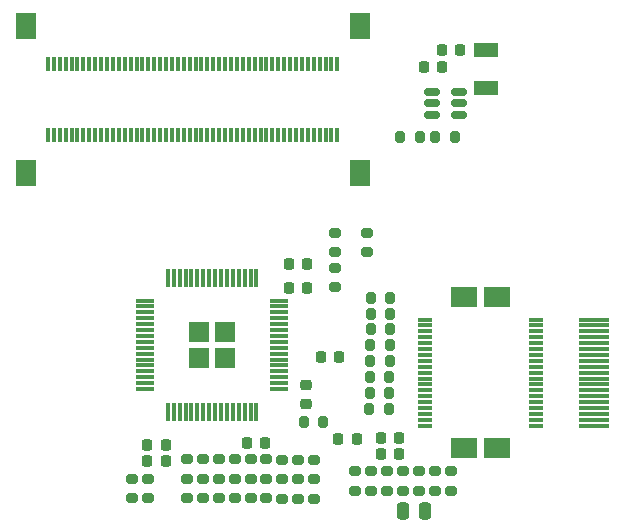
<source format=gbr>
%TF.GenerationSoftware,KiCad,Pcbnew,(6.0.7)*%
%TF.CreationDate,2022-11-13T02:02:31+01:00*%
%TF.ProjectId,TTL_to_HDMI,54544c5f-746f-45f4-9844-4d492e6b6963,rev?*%
%TF.SameCoordinates,Original*%
%TF.FileFunction,Paste,Top*%
%TF.FilePolarity,Positive*%
%FSLAX46Y46*%
G04 Gerber Fmt 4.6, Leading zero omitted, Abs format (unit mm)*
G04 Created by KiCad (PCBNEW (6.0.7)) date 2022-11-13 02:02:31*
%MOMM*%
%LPD*%
G01*
G04 APERTURE LIST*
G04 Aperture macros list*
%AMRoundRect*
0 Rectangle with rounded corners*
0 $1 Rounding radius*
0 $2 $3 $4 $5 $6 $7 $8 $9 X,Y pos of 4 corners*
0 Add a 4 corners polygon primitive as box body*
4,1,4,$2,$3,$4,$5,$6,$7,$8,$9,$2,$3,0*
0 Add four circle primitives for the rounded corners*
1,1,$1+$1,$2,$3*
1,1,$1+$1,$4,$5*
1,1,$1+$1,$6,$7*
1,1,$1+$1,$8,$9*
0 Add four rect primitives between the rounded corners*
20,1,$1+$1,$2,$3,$4,$5,0*
20,1,$1+$1,$4,$5,$6,$7,0*
20,1,$1+$1,$6,$7,$8,$9,0*
20,1,$1+$1,$8,$9,$2,$3,0*%
G04 Aperture macros list end*
%ADD10RoundRect,0.225000X-0.225000X-0.250000X0.225000X-0.250000X0.225000X0.250000X-0.225000X0.250000X0*%
%ADD11RoundRect,0.225000X0.225000X0.250000X-0.225000X0.250000X-0.225000X-0.250000X0.225000X-0.250000X0*%
%ADD12RoundRect,0.200000X0.200000X0.275000X-0.200000X0.275000X-0.200000X-0.275000X0.200000X-0.275000X0*%
%ADD13RoundRect,0.200000X-0.275000X0.200000X-0.275000X-0.200000X0.275000X-0.200000X0.275000X0.200000X0*%
%ADD14R,1.300000X0.300000*%
%ADD15R,2.200000X1.800000*%
%ADD16RoundRect,0.200000X-0.200000X-0.275000X0.200000X-0.275000X0.200000X0.275000X-0.200000X0.275000X0*%
%ADD17RoundRect,0.200000X0.275000X-0.200000X0.275000X0.200000X-0.275000X0.200000X-0.275000X-0.200000X0*%
%ADD18R,0.300000X1.300000*%
%ADD19R,1.800000X2.200000*%
%ADD20R,1.750000X1.750000*%
%ADD21R,0.300000X1.500000*%
%ADD22R,1.500000X0.300000*%
%ADD23R,2.600000X0.300000*%
%ADD24RoundRect,0.225000X0.250000X-0.225000X0.250000X0.225000X-0.250000X0.225000X-0.250000X-0.225000X0*%
%ADD25R,2.000000X1.200000*%
%ADD26RoundRect,0.250000X0.250000X0.475000X-0.250000X0.475000X-0.250000X-0.475000X0.250000X-0.475000X0*%
%ADD27RoundRect,0.150000X0.512500X0.150000X-0.512500X0.150000X-0.512500X-0.150000X0.512500X-0.150000X0*%
G04 APERTURE END LIST*
D10*
%TO.C,C6*%
X87925000Y-112600000D03*
X89475000Y-112600000D03*
%TD*%
D11*
%TO.C,C11*%
X109225000Y-110700000D03*
X107675000Y-110700000D03*
%TD*%
D12*
%TO.C,R22*%
X102825000Y-109350000D03*
X101175000Y-109350000D03*
%TD*%
D13*
%TO.C,R2*%
X95300000Y-114125000D03*
X95300000Y-115775000D03*
%TD*%
%TO.C,R14*%
X92600000Y-112475000D03*
X92600000Y-114125000D03*
%TD*%
D14*
%TO.C,J3*%
X111434000Y-109656000D03*
X111434000Y-109156000D03*
X111434000Y-108656000D03*
X111434000Y-108156000D03*
X111434000Y-107656000D03*
X111434000Y-107156000D03*
X111434000Y-106656000D03*
X111434000Y-106156000D03*
X111434000Y-105656000D03*
X111434000Y-105156000D03*
X111434000Y-104656000D03*
X111434000Y-104156000D03*
X111434000Y-103656000D03*
X111434000Y-103156000D03*
X111434000Y-102656000D03*
X111434000Y-102156000D03*
X111434000Y-101656000D03*
X111434000Y-101156000D03*
X111434000Y-100656000D03*
D15*
X114684000Y-98756000D03*
X114684000Y-111556000D03*
%TD*%
D13*
%TO.C,R7*%
X96650000Y-112475000D03*
X96650000Y-114125000D03*
%TD*%
D16*
%TO.C,R42*%
X109325000Y-85200000D03*
X110975000Y-85200000D03*
%TD*%
D17*
%TO.C,R36*%
X113650000Y-115175000D03*
X113650000Y-113525000D03*
%TD*%
D16*
%TO.C,R30*%
X106800000Y-102850000D03*
X108450000Y-102850000D03*
%TD*%
D13*
%TO.C,R6*%
X98000000Y-114125000D03*
X98000000Y-115775000D03*
%TD*%
%TO.C,R4*%
X103800000Y-96275000D03*
X103800000Y-97925000D03*
%TD*%
D11*
%TO.C,C9*%
X112875000Y-79250000D03*
X111325000Y-79250000D03*
%TD*%
D17*
%TO.C,R26*%
X108200000Y-115175000D03*
X108200000Y-113525000D03*
%TD*%
D10*
%TO.C,C4*%
X87925000Y-111250000D03*
X89475000Y-111250000D03*
%TD*%
D18*
%TO.C,U2*%
X79500000Y-85000000D03*
X80000000Y-85000000D03*
X80500000Y-85000000D03*
X81000000Y-85000000D03*
X81500000Y-85000000D03*
X82000000Y-85000000D03*
X82500000Y-85000000D03*
X83000000Y-85000000D03*
X83500000Y-85000000D03*
X84000000Y-85000000D03*
X84500000Y-85000000D03*
X85000000Y-85000000D03*
X85500000Y-85000000D03*
X86000000Y-85000000D03*
X86500000Y-85000000D03*
X87000000Y-85000000D03*
X87500000Y-85000000D03*
X88000000Y-85000000D03*
X88500000Y-85000000D03*
X89000000Y-85000000D03*
X89500000Y-85000000D03*
X90000000Y-85000000D03*
X90500000Y-85000000D03*
X91000000Y-85000000D03*
X91500000Y-85000000D03*
X92000000Y-85000000D03*
X92500000Y-85000000D03*
X93000000Y-85000000D03*
X93500000Y-85000000D03*
X94000000Y-85000000D03*
X94500000Y-85000000D03*
X95000000Y-85000000D03*
X95500000Y-85000000D03*
X96000000Y-85000000D03*
X96500000Y-85000000D03*
X97000000Y-85000000D03*
X97500000Y-85000000D03*
X98000000Y-85000000D03*
X98500000Y-85000000D03*
X99000000Y-85000000D03*
X99500000Y-85000000D03*
X100000000Y-85000000D03*
X100500000Y-85000000D03*
X101000000Y-85000000D03*
X101500000Y-85000000D03*
X102000000Y-85000000D03*
X102500000Y-85000000D03*
X103000000Y-85000000D03*
X103500000Y-85000000D03*
X104000000Y-85000000D03*
D19*
X77600000Y-88250000D03*
X105900000Y-88250000D03*
%TD*%
D17*
%TO.C,R11*%
X106550000Y-94975000D03*
X106550000Y-93325000D03*
%TD*%
D16*
%TO.C,R31*%
X106775000Y-104200000D03*
X108425000Y-104200000D03*
%TD*%
D13*
%TO.C,R16*%
X91250000Y-112475000D03*
X91250000Y-114125000D03*
%TD*%
D17*
%TO.C,R25*%
X86600000Y-115775000D03*
X86600000Y-114125000D03*
%TD*%
D13*
%TO.C,R40*%
X109550000Y-113525000D03*
X109550000Y-115175000D03*
%TD*%
D11*
%TO.C,C10*%
X109225000Y-112050000D03*
X107675000Y-112050000D03*
%TD*%
D17*
%TO.C,R37*%
X110900000Y-115175000D03*
X110900000Y-113525000D03*
%TD*%
D13*
%TO.C,R9*%
X99350000Y-112525000D03*
X99350000Y-114175000D03*
%TD*%
D16*
%TO.C,R32*%
X106750000Y-105550000D03*
X108400000Y-105550000D03*
%TD*%
D17*
%TO.C,R35*%
X112250000Y-115175000D03*
X112250000Y-113525000D03*
%TD*%
%TO.C,R38*%
X105500000Y-115175000D03*
X105500000Y-113525000D03*
%TD*%
D20*
%TO.C,U3*%
X94500000Y-103900000D03*
X92300000Y-101700000D03*
X94500000Y-101700000D03*
X92300000Y-103900000D03*
D21*
X89650000Y-108500000D03*
X90150000Y-108500000D03*
X90650000Y-108500000D03*
X91150000Y-108500000D03*
X91650000Y-108500000D03*
X92150000Y-108500000D03*
X92650000Y-108500000D03*
X93150000Y-108500000D03*
X93650000Y-108500000D03*
X94150000Y-108500000D03*
X94650000Y-108500000D03*
X95150000Y-108500000D03*
X95650000Y-108500000D03*
X96150000Y-108500000D03*
X96650000Y-108500000D03*
X97150000Y-108500000D03*
D22*
X99100000Y-106550000D03*
X99100000Y-106050000D03*
X99100000Y-105550000D03*
X99100000Y-105050000D03*
X99100000Y-104550000D03*
X99100000Y-104050000D03*
X99100000Y-103550000D03*
X99100000Y-103050000D03*
X99100000Y-102550000D03*
X99100000Y-102050000D03*
X99100000Y-101550000D03*
X99100000Y-101050000D03*
X99100000Y-100550000D03*
X99100000Y-100050000D03*
X99100000Y-99550000D03*
X99100000Y-99050000D03*
D21*
X97150000Y-97100000D03*
X96650000Y-97100000D03*
X96150000Y-97100000D03*
X95650000Y-97100000D03*
X95150000Y-97100000D03*
X94650000Y-97100000D03*
X94150000Y-97100000D03*
X93650000Y-97100000D03*
X93150000Y-97100000D03*
X92650000Y-97100000D03*
X92150000Y-97100000D03*
X91650000Y-97100000D03*
X91150000Y-97100000D03*
X90650000Y-97100000D03*
X90150000Y-97100000D03*
X89650000Y-97100000D03*
D22*
X87700000Y-99050000D03*
X87700000Y-99550000D03*
X87700000Y-100050000D03*
X87700000Y-100550000D03*
X87700000Y-101050000D03*
X87700000Y-101550000D03*
X87700000Y-102050000D03*
X87700000Y-102550000D03*
X87700000Y-103050000D03*
X87700000Y-103550000D03*
X87700000Y-104050000D03*
X87700000Y-104550000D03*
X87700000Y-105050000D03*
X87700000Y-105550000D03*
X87700000Y-106050000D03*
X87700000Y-106550000D03*
%TD*%
D18*
%TO.C,U1*%
X104000000Y-79050000D03*
X103500000Y-79050000D03*
X103000000Y-79050000D03*
X102500000Y-79050000D03*
X102000000Y-79050000D03*
X101500000Y-79050000D03*
X101000000Y-79050000D03*
X100500000Y-79050000D03*
X100000000Y-79050000D03*
X99500000Y-79050000D03*
X99000000Y-79050000D03*
X98500000Y-79050000D03*
X98000000Y-79050000D03*
X97500000Y-79050000D03*
X97000000Y-79050000D03*
X96500000Y-79050000D03*
X96000000Y-79050000D03*
X95500000Y-79050000D03*
X95000000Y-79050000D03*
X94500000Y-79050000D03*
X94000000Y-79050000D03*
X93500000Y-79050000D03*
X93000000Y-79050000D03*
X92500000Y-79050000D03*
X92000000Y-79050000D03*
X91500000Y-79050000D03*
X91000000Y-79050000D03*
X90500000Y-79050000D03*
X90000000Y-79050000D03*
X89500000Y-79050000D03*
X89000000Y-79050000D03*
X88500000Y-79050000D03*
X88000000Y-79050000D03*
X87500000Y-79050000D03*
X87000000Y-79050000D03*
X86500000Y-79050000D03*
X86000000Y-79050000D03*
X85500000Y-79050000D03*
X85000000Y-79050000D03*
X84500000Y-79050000D03*
X84000000Y-79050000D03*
X83500000Y-79050000D03*
X83000000Y-79050000D03*
X82500000Y-79050000D03*
X82000000Y-79050000D03*
X81500000Y-79050000D03*
X81000000Y-79050000D03*
X80500000Y-79050000D03*
X80000000Y-79050000D03*
X79500000Y-79050000D03*
D19*
X77600000Y-75800000D03*
X105900000Y-75800000D03*
%TD*%
D16*
%TO.C,R33*%
X106750000Y-106900000D03*
X108400000Y-106900000D03*
%TD*%
D13*
%TO.C,R21*%
X100700000Y-114175000D03*
X100700000Y-115825000D03*
%TD*%
%TO.C,R12*%
X93950000Y-112475000D03*
X93950000Y-114125000D03*
%TD*%
D23*
%TO.C,J1*%
X125747000Y-100656000D03*
X125747000Y-101156000D03*
X125747000Y-101656000D03*
X125747000Y-102156000D03*
X125747000Y-102656000D03*
X125747000Y-103156000D03*
X125747000Y-103656000D03*
X125747000Y-104156000D03*
X125747000Y-104656000D03*
X125747000Y-105156000D03*
X125747000Y-105656000D03*
X125747000Y-106156000D03*
X125747000Y-106656000D03*
X125747000Y-107156000D03*
X125747000Y-107656000D03*
X125747000Y-108156000D03*
X125747000Y-108656000D03*
X125747000Y-109156000D03*
X125747000Y-109656000D03*
%TD*%
D10*
%TO.C,C8*%
X104075000Y-110750000D03*
X105625000Y-110750000D03*
%TD*%
D14*
%TO.C,J2*%
X120783000Y-100656000D03*
X120783000Y-101156000D03*
X120783000Y-101656000D03*
X120783000Y-102156000D03*
X120783000Y-102656000D03*
X120783000Y-103156000D03*
X120783000Y-103656000D03*
X120783000Y-104156000D03*
X120783000Y-104656000D03*
X120783000Y-105156000D03*
X120783000Y-105656000D03*
X120783000Y-106156000D03*
X120783000Y-106656000D03*
X120783000Y-107156000D03*
X120783000Y-107656000D03*
X120783000Y-108156000D03*
X120783000Y-108656000D03*
X120783000Y-109156000D03*
X120783000Y-109656000D03*
D15*
X117533000Y-111556000D03*
X117533000Y-98756000D03*
%TD*%
D11*
%TO.C,C1*%
X101425000Y-95950000D03*
X99875000Y-95950000D03*
%TD*%
D24*
%TO.C,C5*%
X101350000Y-107775000D03*
X101350000Y-106225000D03*
%TD*%
D17*
%TO.C,R39*%
X106850000Y-115175000D03*
X106850000Y-113525000D03*
%TD*%
D13*
%TO.C,R15*%
X92600000Y-114125000D03*
X92600000Y-115775000D03*
%TD*%
D25*
%TO.C,L1*%
X116600000Y-81050000D03*
X116600000Y-77850000D03*
%TD*%
D26*
%TO.C,D1*%
X111450000Y-116850000D03*
X109550000Y-116850000D03*
%TD*%
D10*
%TO.C,C12*%
X112875000Y-77850000D03*
X114425000Y-77850000D03*
%TD*%
D13*
%TO.C,R20*%
X100700000Y-112525000D03*
X100700000Y-114175000D03*
%TD*%
%TO.C,R17*%
X91250000Y-114125000D03*
X91250000Y-115775000D03*
%TD*%
%TO.C,R19*%
X102050000Y-114175000D03*
X102050000Y-115825000D03*
%TD*%
%TO.C,R18*%
X102050000Y-112525000D03*
X102050000Y-114175000D03*
%TD*%
D11*
%TO.C,C2*%
X101425000Y-97950000D03*
X99875000Y-97950000D03*
%TD*%
D13*
%TO.C,R13*%
X93950000Y-114125000D03*
X93950000Y-115775000D03*
%TD*%
%TO.C,R3*%
X103800000Y-93325000D03*
X103800000Y-94975000D03*
%TD*%
D16*
%TO.C,R28*%
X106850000Y-100150000D03*
X108500000Y-100150000D03*
%TD*%
%TO.C,R29*%
X106850000Y-101500000D03*
X108500000Y-101500000D03*
%TD*%
D11*
%TO.C,C7*%
X97875000Y-111150000D03*
X96325000Y-111150000D03*
%TD*%
D27*
%TO.C,U4*%
X114287500Y-83300000D03*
X114287500Y-82350000D03*
X114287500Y-81400000D03*
X112012500Y-81400000D03*
X112012500Y-82350000D03*
X112012500Y-83300000D03*
%TD*%
D13*
%TO.C,R24*%
X87950000Y-114125000D03*
X87950000Y-115775000D03*
%TD*%
D16*
%TO.C,R41*%
X112275000Y-85200000D03*
X113925000Y-85200000D03*
%TD*%
D13*
%TO.C,R8*%
X96650000Y-114125000D03*
X96650000Y-115775000D03*
%TD*%
D16*
%TO.C,R34*%
X106725000Y-108250000D03*
X108375000Y-108250000D03*
%TD*%
D13*
%TO.C,R5*%
X98000000Y-112475000D03*
X98000000Y-114125000D03*
%TD*%
%TO.C,R10*%
X99350000Y-114175000D03*
X99350000Y-115825000D03*
%TD*%
D11*
%TO.C,C3*%
X104175000Y-103800000D03*
X102625000Y-103800000D03*
%TD*%
D13*
%TO.C,R1*%
X95300000Y-112475000D03*
X95300000Y-114125000D03*
%TD*%
D16*
%TO.C,R27*%
X106850000Y-98800000D03*
X108500000Y-98800000D03*
%TD*%
M02*

</source>
